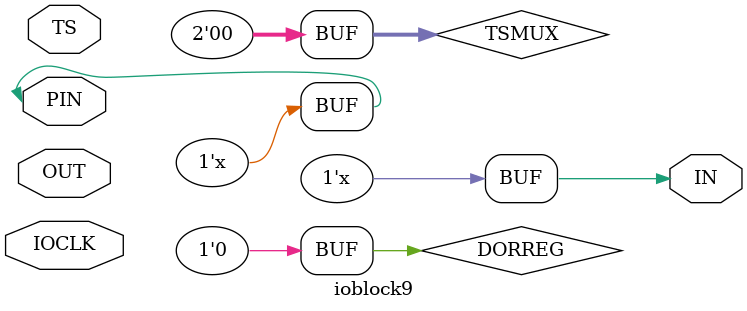
<source format=v>
module ioblock9(
	       inout  PIN,
	       input  TS,
	       input  OUT,
	       output IN,
	       input IOCLK
	       );
   
   reg 		     D;
   reg [2-1:0] 	     TSMUX;
   reg 		     DORREG;

   assign PIN = ( TSMUX == 2'b00 ) ? 1'bz : (( TSMUX == 2'b01 && TS == 1'b1 ) ? OUT : (( TSMUX == 2'b01 && TS == 1'b0 ) ? 1'bz : OUT));
   assign IN  = ( DORREG == 1'b0 ) ? PIN  : D;
   
   initial
     begin
	D=1'b0;
	TSMUX=2'b00;
	DORREG=1'b0;
     end
   
   always @(posedge IOCLK) D=PIN;
   
endmodule       

</source>
